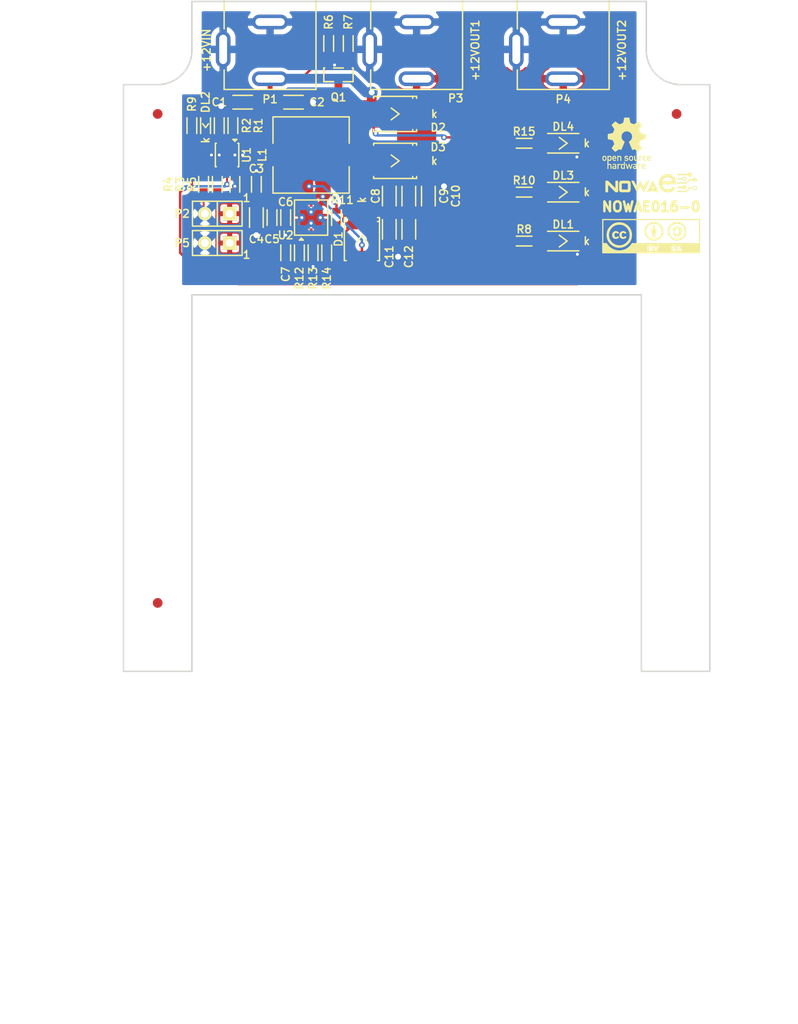
<source format=kicad_pcb>
(kicad_pcb (version 20171130) (host pcbnew "(5.1.0-0)")
  (layers (0 F.Cu signal hide) (31 B.Cu signal hide) (34 B.Paste user) (35 F.Paste user) (36 B.SilkS user) (37 F.SilkS user) (38 B.Mask user) (39 F.Mask user) (44 Edge.Cuts user))
  (net 0 "")
  (net 1 GND)
  (net 2 "Net-(DL1-Pad1)")
  (net 3 /~PG)
  (net 4 "Net-(R1-Pad1)")
  (net 5 +VBAT)
  (net 6 "Net-(C6-Pad1)")
  (net 7 "Net-(C7-Pad1)")
  (net 8 "Net-(C10-Pad1)")
  (net 9 "Net-(D1-Pad1)")
  (net 10 +12V)
  (net 11 "Net-(DL2-Pad1)")
  (net 12 "Net-(DL3-Pad1)")
  (net 13 /~CHG)
  (net 14 "Net-(DL4-Pad1)")
  (net 15 /0V8)
  (net 16 "Net-(Q1-Pad3)")
  (net 17 "Net-(R2-Pad1)")
  (net 18 "Net-(R3-Pad2)")
  (net 19 "Net-(R5-Pad1)")
  (net 20 "Net-(R12-Pad1)")
  (net 21 "Net-(R13-Pad1)")
  (net 22 "Net-(U1-Pad6)")
  (net 23 +VIN)
  (module MECHANICAL:FIDUCIAL-TOP (layer F.Cu) (at 3.5 -7)
    (fp_text reference VAL** hide)
    (fp_text value FIDUCIAL-TOP hide)
    (pad "" smd circle (at 0 0) (size 1 1) (layers F.Cu F.Paste F.Mask))
  )
  (module MECHANICAL:FIDUCIAL-TOP (layer F.Cu) (at 56.6 -57)
    (fp_text reference VAL** hide)
    (fp_text value FIDUCIAL-TOP hide)
    (pad "" smd circle (at 0 0) (size 1 1) (layers F.Cu F.Paste F.Mask))
  )
  (module MECHANICAL:FIDUCIAL-TOP (layer F.Cu) (at 3.5 -57)
    (fp_text reference VAL** hide)
    (fp_text value FIDUCIAL-TOP hide)
    (pad "" smd circle (at 0 0) (size 1 1) (layers F.Cu F.Paste F.Mask))
  )
  (module LOGO:LOGO_NOWAE_10MM_FSILK (layer F.Cu) (at 54 -50)
    (fp_text reference G*** hide)
    (fp_text value LOGO hide)
  )
  (module EXTLOGO:LOGO_OSH_5MM_FSILK (layer F.Cu) (at 51.5 -54)
    (fp_text reference G*** hide)
    (fp_text value LOGO hide)
  )
  (module EXTLOGO:LOGO_CC-BY-SA_10MM_FSILK (layer F.Cu) (at 54 -44.5)
    (fp_text reference G*** hide)
    (fp_text value LOGO hide)
  )
  (module SON:WSON10_3.0x3.0_0.5_10+1 (layer F.Cu) (at 19.2 -46.4 90)
    (fp_text reference U2 (at -1.8 -2.6 180) (layer F.SilkS) (effects (font (size 0.8 0.8))))
    (fp_text value TPS61087DRCR hide)
    (pad 11 thru_hole circle (at 0 0.95 90) (size 0.5 0.5) (drill 0.3) (layers *.Cu *.Mask) (net 1 GND))
    (pad 11 thru_hole circle (at 0 -0.95 90) (size 0.5 0.5) (drill 0.3) (layers *.Cu *.Mask) (net 1 GND))
    (pad 11 thru_hole circle (at -0.575 0 90) (size 0.5 0.5) (drill 0.3) (layers *.Cu *.Mask) (net 1 GND))
    (pad 11 thru_hole circle (at 0.575 0 90) (size 0.5 0.5) (drill 0.3) (layers *.Cu *.Mask) (net 1 GND))
    (pad 11 smd rect (at 0.25 1.4 90) (size 0.25 0.5) (layers F.Cu F.Paste F.Mask) (net 1 GND))
    (pad 11 smd rect (at -0.25 1.4 90) (size 0.25 0.5) (layers F.Cu F.Paste F.Mask) (net 1 GND))
    (pad 11 smd rect (at 0.25 -1.4 90) (size 0.25 0.5) (layers F.Cu F.Paste F.Mask) (net 1 GND))
    (pad 11 smd rect (at -0.25 -1.4 90) (size 0.25 0.5) (layers F.Cu F.Paste F.Mask) (net 1 GND))
    (pad 11 smd rect (at 0 0 180) (size 2.4 1.7) (layers F.Cu F.Paste F.Mask) (net 1 GND))
    (pad 10 smd rect (at 1.4 -1 180) (size 0.3 0.6) (layers F.Cu F.Paste F.Mask) (net 6 "Net-(C6-Pad1)"))
    (pad 9 smd rect (at 1.4 -0.5 180) (size 0.3 0.6) (layers F.Cu F.Paste F.Mask) (net 5 +VBAT))
    (pad 8 smd rect (at 1.4 0 180) (size 0.3 0.6) (layers F.Cu F.Paste F.Mask) (net 5 +VBAT))
    (pad 7 smd rect (at 1.4 0.5 180) (size 0.3 0.6) (layers F.Cu F.Paste F.Mask) (net 9 "Net-(D1-Pad1)"))
    (pad 6 smd rect (at 1.4 1 180) (size 0.3 0.6) (layers F.Cu F.Paste F.Mask) (net 9 "Net-(D1-Pad1)"))
    (pad 5 smd rect (at -1.4 1 180) (size 0.3 0.6) (layers F.Cu F.Paste F.Mask) (net 1 GND))
    (pad 4 smd rect (at -1.4 0.5 180) (size 0.3 0.6) (layers F.Cu F.Paste F.Mask) (net 1 GND))
    (pad 3 smd rect (at -1.4 0 180) (size 0.3 0.6) (layers F.Cu F.Paste F.Mask) (net 16 "Net-(Q1-Pad3)"))
    (pad 2 smd rect (at -1.4 -0.5 180) (size 0.3 0.6) (layers F.Cu F.Paste F.Mask) (net 21 "Net-(R13-Pad1)"))
    (pad 1 smd rect (at -1.4 -1 180) (size 0.3 0.6) (layers F.Cu F.Paste F.Mask) (net 20 "Net-(R12-Pad1)"))
  )
  (module SON:WSON10_2.0x2.0_0.4_10+1 (layer F.Cu) (at 10.6 -52.8 270)
    (fp_text reference U1 (at 0 -2 270) (layer F.SilkS) (effects (font (size 0.8 0.8))))
    (fp_text value BQ24040DSQT hide)
    (pad 10 smd rect (at 0.95 -0.8 270) (size 0.55 0.2) (layers F.Cu F.Paste F.Mask) (net 5 +VBAT))
    (pad 9 smd rect (at 0.95 -0.4 270) (size 0.55 0.2) (layers F.Cu F.Paste F.Mask) (net 19 "Net-(R5-Pad1)"))
    (pad 8 smd rect (at 0.95 0 270) (size 0.55 0.2) (layers F.Cu F.Paste F.Mask) (net 13 /~CHG))
    (pad 7 smd rect (at 0.95 0.4 270) (size 0.55 0.2) (layers F.Cu F.Paste F.Mask) (net 18 "Net-(R3-Pad2)"))
    (pad 6 smd rect (at 0.95 0.8 270) (size 0.55 0.2) (layers F.Cu F.Paste F.Mask) (net 22 "Net-(U1-Pad6)"))
    (pad 5 smd rect (at -0.95 0.8 270) (size 0.55 0.2) (layers F.Cu F.Paste F.Mask) (net 3 /~PG))
    (pad 4 smd rect (at -0.95 0.4 270) (size 0.55 0.2) (layers F.Cu F.Paste F.Mask) (net 17 "Net-(R2-Pad1)"))
    (pad 3 smd rect (at -0.95 0 270) (size 0.55 0.2) (layers F.Cu F.Paste F.Mask) (net 1 GND))
    (pad 2 smd rect (at -0.95 -0.4 270) (size 0.55 0.2) (layers F.Cu F.Paste F.Mask) (net 4 "Net-(R1-Pad1)"))
    (pad 1 smd rect (at -0.95 -0.8 270) (size 0.55 0.2) (layers F.Cu F.Paste F.Mask) (net 23 +VIN))
    (pad 11 smd rect (at 0 0 90) (size 0.7 1.2) (layers F.Cu F.Paste F.Mask) (net 1 GND))
  )
  (module MECHANICAL:HOLE-M2.5 (layer F.Cu) (at 3.5 -3.5)
    (fp_text reference REF** hide)
    (fp_text value HOLE-M2.5 hide)
    (pad "" np_thru_hole circle (at 0 0) (size 2.7 2.7) (drill 2.7) (layers *.Cu *.Mask))
  )
  (module MECHANICAL:HOLE-M2.5 (layer F.Cu) (at 56.5 -3.5)
    (fp_text reference REF** hide)
    (fp_text value HOLE-M2.5 hide)
    (pad "" np_thru_hole circle (at 0 0) (size 2.7 2.7) (drill 2.7) (layers *.Cu *.Mask))
  )
  (module MECHANICAL:HOLE-M2.5 (layer F.Cu) (at 3.5 -53.5)
    (fp_text reference REF** hide)
    (fp_text value HOLE-M2.5 hide)
    (pad "" np_thru_hole circle (at 0 0) (size 2.7 2.7) (drill 2.7) (layers *.Cu *.Mask))
  )
  (module CAPACITOR:CAPACITOR-0805 (layer F.Cu) (at 12.2 -58.2 180)
    (fp_text reference C1 (at 2.4 0 180) (layer F.SilkS) (effects (font (size 0.8 0.8))))
    (fp_text value 10u hide)
    (pad 2 smd rect (at 0.95 0 180) (size 0.9 1.3) (layers F.Cu F.Paste F.Mask) (net 1 GND))
    (pad 1 smd rect (at -0.95 0 180) (size 0.9 1.3) (layers F.Cu F.Paste F.Mask) (net 23 +VIN))
  )
  (module CAPACITOR:CAPACITOR-0805 (layer F.Cu) (at 17.4 -58.2)
    (fp_text reference C2 (at 2.4 0) (layer F.SilkS) (effects (font (size 0.8 0.8))))
    (fp_text value 10u hide)
    (pad 1 smd rect (at -0.95 0) (size 0.9 1.3) (layers F.Cu F.Paste F.Mask) (net 23 +VIN))
    (pad 2 smd rect (at 0.95 0) (size 0.9 1.3) (layers F.Cu F.Paste F.Mask) (net 1 GND))
  )
  (module CAPACITOR:CAPACITOR-0603 (layer F.Cu) (at 13.6 -49.8 90)
    (fp_text reference C3 (at 1.6 0 180) (layer F.SilkS) (effects (font (size 0.8 0.8))))
    (fp_text value 2u2 hide)
    (pad 1 smd rect (at -0.7 0 90) (size 0.6 0.8) (layers F.Cu F.Paste F.Mask) (net 5 +VBAT))
    (pad 2 smd rect (at 0.7 0 90) (size 0.6 0.8) (layers F.Cu F.Paste F.Mask) (net 1 GND))
  )
  (module CAPACITOR:CAPACITOR-0805 (layer F.Cu) (at 13.6 -46.4 270)
    (fp_text reference C4 (at 2.2 0) (layer F.SilkS) (effects (font (size 0.8 0.8))))
    (fp_text value 22u hide)
    (pad 1 smd rect (at -0.95 0 270) (size 0.9 1.3) (layers F.Cu F.Paste F.Mask) (net 5 +VBAT))
    (pad 2 smd rect (at 0.95 0 270) (size 0.9 1.3) (layers F.Cu F.Paste F.Mask) (net 1 GND))
  )
  (module CAPACITOR:CAPACITOR-0603 (layer F.Cu) (at 15.2 -46.4 270)
    (fp_text reference C5 (at 2.2 0) (layer F.SilkS) (effects (font (size 0.8 0.8))))
    (fp_text value 1u hide)
    (pad 2 smd rect (at 0.7 0 270) (size 0.6 0.8) (layers F.Cu F.Paste F.Mask) (net 1 GND))
    (pad 1 smd rect (at -0.7 0 270) (size 0.6 0.8) (layers F.Cu F.Paste F.Mask) (net 5 +VBAT))
  )
  (module CAPACITOR:CAPACITOR-0603 (layer F.Cu) (at 16.6 -46.4 270)
    (fp_text reference C6 (at -1.6 0) (layer F.SilkS) (effects (font (size 0.8 0.8))))
    (fp_text value 100n hide)
    (pad 2 smd rect (at 0.7 0 270) (size 0.6 0.8) (layers F.Cu F.Paste F.Mask) (net 1 GND))
    (pad 1 smd rect (at -0.7 0 270) (size 0.6 0.8) (layers F.Cu F.Paste F.Mask) (net 6 "Net-(C6-Pad1)"))
  )
  (module CAPACITOR:CAPACITOR-0603 (layer F.Cu) (at 16.6 -42.8 90)
    (fp_text reference C7 (at -2.2 0 90) (layer F.SilkS) (effects (font (size 0.8 0.8))))
    (fp_text value 820p hide)
    (pad 1 smd rect (at -0.7 0 90) (size 0.6 0.8) (layers F.Cu F.Paste F.Mask) (net 7 "Net-(C7-Pad1)"))
    (pad 2 smd rect (at 0.7 0 90) (size 0.6 0.8) (layers F.Cu F.Paste F.Mask) (net 1 GND))
  )
  (module CAPACITOR:CAPACITOR-0805 (layer F.Cu) (at 27.2 -48.6 90)
    (fp_text reference C8 (at 0 -1.4 90) (layer F.SilkS) (effects (font (size 0.8 0.8))))
    (fp_text value 10u hide)
    (pad 2 smd rect (at 0.95 0 90) (size 0.9 1.3) (layers F.Cu F.Paste F.Mask) (net 1 GND))
    (pad 1 smd rect (at -0.95 0 90) (size 0.9 1.3) (layers F.Cu F.Paste F.Mask) (net 8 "Net-(C10-Pad1)"))
  )
  (module CAPACITOR:CAPACITOR-0805 (layer F.Cu) (at 29.2 -48.6 90)
    (fp_text reference C9 (at 0 3.6 90) (layer F.SilkS) (effects (font (size 0.8 0.8))))
    (fp_text value 10u hide)
    (pad 1 smd rect (at -0.95 0 90) (size 0.9 1.3) (layers F.Cu F.Paste F.Mask) (net 8 "Net-(C10-Pad1)"))
    (pad 2 smd rect (at 0.95 0 90) (size 0.9 1.3) (layers F.Cu F.Paste F.Mask) (net 1 GND))
  )
  (module CAPACITOR:CAPACITOR-0805 (layer F.Cu) (at 31.2 -48.6 90)
    (fp_text reference C10 (at 0 2.8 90) (layer F.SilkS) (effects (font (size 0.8 0.8))))
    (fp_text value 10u hide)
    (pad 2 smd rect (at 0.95 0 90) (size 0.9 1.3) (layers F.Cu F.Paste F.Mask) (net 1 GND))
    (pad 1 smd rect (at -0.95 0 90) (size 0.9 1.3) (layers F.Cu F.Paste F.Mask) (net 8 "Net-(C10-Pad1)"))
  )
  (module CAPACITOR:CAPACITOR-0805 (layer F.Cu) (at 27.2 -45.2 270)
    (fp_text reference C11 (at 2.8 0 270) (layer F.SilkS) (effects (font (size 0.8 0.8))))
    (fp_text value 10u hide)
    (pad 1 smd rect (at -0.95 0 270) (size 0.9 1.3) (layers F.Cu F.Paste F.Mask) (net 8 "Net-(C10-Pad1)"))
    (pad 2 smd rect (at 0.95 0 270) (size 0.9 1.3) (layers F.Cu F.Paste F.Mask) (net 1 GND))
  )
  (module CAPACITOR:CAPACITOR-0805 (layer F.Cu) (at 29.2 -45.2 270)
    (fp_text reference C12 (at 2.8 0 270) (layer F.SilkS) (effects (font (size 0.8 0.8))))
    (fp_text value 10u hide)
    (pad 2 smd rect (at 0.95 0 270) (size 0.9 1.3) (layers F.Cu F.Paste F.Mask) (net 1 GND))
    (pad 1 smd rect (at -0.95 0 270) (size 0.9 1.3) (layers F.Cu F.Paste F.Mask) (net 8 "Net-(C10-Pad1)"))
  )
  (module DIODE:DIODE-DO214AA-UNI (layer F.Cu) (at 24.4 -44.2 90)
    (fp_text reference D1 (at 0 -2.4 90) (layer F.SilkS) (effects (font (size 0.8 0.8))))
    (fp_text value SS22 hide)
    (fp_text user k (at 4 0 90) (layer F.SilkS) (effects (font (size 0.8 0.8))))
    (pad 1 smd rect (at -2.3 0 90) (size 2.2 2.8) (layers F.Cu F.Paste F.Mask) (net 9 "Net-(D1-Pad1)"))
    (pad 2 smd rect (at 2.3 0 90) (size 2.2 2.8) (layers F.Cu F.Paste F.Mask) (net 8 "Net-(C10-Pad1)"))
  )
  (module DIODE:DIODE-DO214AA-UNI (layer F.Cu) (at 27.8 -57)
    (fp_text reference D2 (at 4.4 1.4) (layer F.SilkS) (effects (font (size 0.8 0.8))))
    (fp_text value SS22 hide)
    (fp_text user k (at 4 0) (layer F.SilkS) (effects (font (size 0.8 0.8))))
    (pad 1 smd rect (at -2.3 0) (size 2.2 2.8) (layers F.Cu F.Paste F.Mask) (net 23 +VIN))
    (pad 2 smd rect (at 2.3 0) (size 2.2 2.8) (layers F.Cu F.Paste F.Mask) (net 10 +12V))
  )
  (module DIODE:DIODE-DO214AA-UNI (layer F.Cu) (at 27.8 -52.2)
    (fp_text reference D3 (at 4.4 -1.4) (layer F.SilkS) (effects (font (size 0.8 0.8))))
    (fp_text value SS22 hide)
    (fp_text user k (at 4 0) (layer F.SilkS) (effects (font (size 0.8 0.8))))
    (pad 2 smd rect (at 2.3 0) (size 2.2 2.8) (layers F.Cu F.Paste F.Mask) (net 10 +12V))
    (pad 1 smd rect (at -2.3 0) (size 2.2 2.8) (layers F.Cu F.Paste F.Mask) (net 8 "Net-(C10-Pad1)"))
  )
  (module LEDs:LED-0603 (layer F.Cu) (at 8.4 -55.8 270)
    (fp_text reference DL2 (at -2.4 0 270) (layer F.SilkS) (effects (font (size 0.8 0.8))))
    (fp_text value GREEN hide)
    (fp_text user k (at 1.5 0 270) (layer F.SilkS) (effects (font (size 0.8 0.8))))
    (pad 1 smd rect (at -0.7 0 270) (size 0.6 0.8) (layers F.Cu F.Paste F.Mask) (net 11 "Net-(DL2-Pad1)"))
    (pad 2 smd rect (at 0.7 0 270) (size 0.6 0.8) (layers F.Cu F.Paste F.Mask) (net 3 /~PG))
  )
  (module INDUCTOR:INDUCTOR-WURTH-7332Plastic (layer F.Cu) (at 19.2 -52.8 90)
    (fp_text reference L1 (at 0 -5 90) (layer F.SilkS) (effects (font (size 0.8 0.8))))
    (fp_text value 3u3 hide)
    (pad 1 smd rect (at 0 -3 90) (size 1.7 2) (layers F.Cu F.Paste F.Mask) (net 5 +VBAT))
    (pad 2 smd rect (at 0 3 90) (size 1.7 2) (layers F.Cu F.Paste F.Mask) (net 9 "Net-(D1-Pad1)"))
  )
  (module CONNECTOR:BARRELJACK-WE-694106301002 (layer F.Cu) (at 45 -67 180)
    (fp_text reference P4 (at 0 -8.5 180) (layer F.SilkS) (effects (font (size 0.8 0.8))))
    (fp_text value 12VOUT2 hide)
    (pad 1 thru_hole oval (at 0 -6.4 180) (size 3.7 1.5) (drill oval 3 0.8) (layers *.Cu *.Mask) (net 10 +12V))
    (pad 2 thru_hole oval (at 0 -0.6 180) (size 3.7 1.5) (drill oval 3 0.8) (layers *.Cu *.Mask) (net 1 GND))
    (pad 3 thru_hole oval (at 4.8 -3.4 270) (size 3.7 1.5) (drill oval 3 0.8) (layers *.Cu *.Mask) (net 1 GND))
  )
  (module CONNECTOR:BARRELJACK-WE-694106301002 (layer F.Cu) (at 30 -67 180)
    (fp_text reference P3 (at -4 -8.4 180) (layer F.SilkS) (effects (font (size 0.8 0.8))))
    (fp_text value 12VOUT1 hide)
    (pad 1 thru_hole oval (at 0 -6.4 180) (size 3.7 1.5) (drill oval 3 0.8) (layers *.Cu *.Mask) (net 10 +12V))
    (pad 2 thru_hole oval (at 0 -0.6 180) (size 3.7 1.5) (drill oval 3 0.8) (layers *.Cu *.Mask) (net 1 GND))
    (pad 3 thru_hole oval (at 4.8 -3.4 270) (size 3.7 1.5) (drill oval 3 0.8) (layers *.Cu *.Mask) (net 1 GND))
  )
  (module CONNECTOR:BARRELJACK-WE-694106301002 (layer F.Cu) (at 15 -67 180)
    (fp_text reference P1 (at 0 -8.5 180) (layer F.SilkS) (effects (font (size 0.8 0.8))))
    (fp_text value 12VIN hide)
    (pad 3 thru_hole oval (at 4.8 -3.4 270) (size 3.7 1.5) (drill oval 3 0.8) (layers *.Cu *.Mask) (net 1 GND))
    (pad 2 thru_hole oval (at 0 -0.6 180) (size 3.7 1.5) (drill oval 3 0.8) (layers *.Cu *.Mask) (net 1 GND))
    (pad 1 thru_hole oval (at 0 -6.4 180) (size 3.7 1.5) (drill oval 3 0.8) (layers *.Cu *.Mask) (net 23 +VIN))
  )
  (module SOT:SOT23-3 (layer F.Cu) (at 22 -61 180)
    (fp_text reference Q1 (at 0 -2.3 180) (layer F.SilkS) (effects (font (size 0.8 0.8))))
    (fp_text value BCW66GLT hide)
    (pad 1 smd rect (at -0.95 1.00076 180) (size 0.8001 1) (layers F.Cu F.Paste F.Mask) (net 15 /0V8))
    (pad 2 smd rect (at 0.95 1.00076 180) (size 0.8001 1) (layers F.Cu F.Paste F.Mask) (net 1 GND))
    (pad 3 smd rect (at 0 -0.99822 180) (size 0.8001 1) (layers F.Cu F.Paste F.Mask) (net 16 "Net-(Q1-Pad3)"))
  )
  (module RESISTOR:RESISTOR-0603 (layer F.Cu) (at 11.2 -55.8 90)
    (fp_text reference R1 (at 0 2.6 90) (layer F.SilkS) (effects (font (size 0.8 0.8))))
    (fp_text value 2k7 hide)
    (pad 2 smd rect (at 0.7 0 90) (size 0.6 0.8) (layers F.Cu F.Paste F.Mask) (net 1 GND))
    (pad 1 smd rect (at -0.7 0 90) (size 0.6 0.8) (layers F.Cu F.Paste F.Mask) (net 4 "Net-(R1-Pad1)"))
  )
  (module RESISTOR:RESISTOR-0603 (layer F.Cu) (at 9.8 -55.8 90)
    (fp_text reference R2 (at 0 2.8 90) (layer F.SilkS) (effects (font (size 0.8 0.8))))
    (fp_text value 237k hide)
    (pad 1 smd rect (at -0.7 0 90) (size 0.6 0.8) (layers F.Cu F.Paste F.Mask) (net 17 "Net-(R2-Pad1)"))
    (pad 2 smd rect (at 0.7 0 90) (size 0.6 0.8) (layers F.Cu F.Paste F.Mask) (net 1 GND))
  )
  (module RESISTOR:RESISTOR-0603 (layer F.Cu) (at 9.6 -49.8 90)
    (fp_text reference R3 (at 0 -3.8 90) (layer F.SilkS) (effects (font (size 0.8 0.8))))
    (fp_text value DNP hide)
    (pad 2 smd rect (at 0.7 0 90) (size 0.6 0.8) (layers F.Cu F.Paste F.Mask) (net 18 "Net-(R3-Pad2)"))
    (pad 1 smd rect (at -0.7 0 90) (size 0.6 0.8) (layers F.Cu F.Paste F.Mask) (net 5 +VBAT))
  )
  (module RESISTOR:RESISTOR-0603 (layer F.Cu) (at 8.2 -49.8 90)
    (fp_text reference R4 (at 0 -3.6 90) (layer F.SilkS) (effects (font (size 0.8 0.8))))
    (fp_text value DNP hide)
    (pad 1 smd rect (at -0.7 0 90) (size 0.6 0.8) (layers F.Cu F.Paste F.Mask) (net 1 GND))
    (pad 2 smd rect (at 0.7 0 90) (size 0.6 0.8) (layers F.Cu F.Paste F.Mask) (net 18 "Net-(R3-Pad2)"))
  )
  (module RESISTOR:RESISTOR-0603 (layer F.Cu) (at 11.4 -49.8 270)
    (fp_text reference R5 (at 0 4.4 90) (layer F.SilkS) (effects (font (size 0.8 0.8))))
    (fp_text value 10k hide)
    (pad 2 smd rect (at 0.7 0 270) (size 0.6 0.8) (layers F.Cu F.Paste F.Mask) (net 1 GND))
    (pad 1 smd rect (at -0.7 0 270) (size 0.6 0.8) (layers F.Cu F.Paste F.Mask) (net 19 "Net-(R5-Pad1)"))
  )
  (module RESISTOR:RESISTOR-0603 (layer F.Cu) (at 21 -64.2 270)
    (fp_text reference R6 (at -2.2 0 270) (layer F.SilkS) (effects (font (size 0.8 0.8))))
    (fp_text value 140k hide)
    (pad 2 smd rect (at 0.7 0 270) (size 0.6 0.8) (layers F.Cu F.Paste F.Mask) (net 15 /0V8))
    (pad 1 smd rect (at -0.7 0 270) (size 0.6 0.8) (layers F.Cu F.Paste F.Mask) (net 23 +VIN))
  )
  (module RESISTOR:RESISTOR-0603 (layer F.Cu) (at 23 -64.2 90)
    (fp_text reference R7 (at 2.2 0 90) (layer F.SilkS) (effects (font (size 0.8 0.8))))
    (fp_text value 10k hide)
    (pad 1 smd rect (at -0.7 0 90) (size 0.6 0.8) (layers F.Cu F.Paste F.Mask) (net 15 /0V8))
    (pad 2 smd rect (at 0.7 0 90) (size 0.6 0.8) (layers F.Cu F.Paste F.Mask) (net 1 GND))
  )
  (module RESISTOR:RESISTOR-0603 (layer F.Cu) (at 41 -44 180)
    (fp_text reference R8 (at 0 1.2 180) (layer F.SilkS) (effects (font (size 0.8 0.8))))
    (fp_text value 18k hide)
    (pad 1 smd rect (at -0.7 0 180) (size 0.6 0.8) (layers F.Cu F.Paste F.Mask) (net 2 "Net-(DL1-Pad1)"))
    (pad 2 smd rect (at 0.7 0 180) (size 0.6 0.8) (layers F.Cu F.Paste F.Mask) (net 10 +12V))
  )
  (module RESISTOR:RESISTOR-0603 (layer F.Cu) (at 7 -55.8 270)
    (fp_text reference R9 (at -2.2 0 270) (layer F.SilkS) (effects (font (size 0.8 0.8))))
    (fp_text value 18k hide)
    (pad 2 smd rect (at 0.7 0 270) (size 0.6 0.8) (layers F.Cu F.Paste F.Mask) (net 5 +VBAT))
    (pad 1 smd rect (at -0.7 0 270) (size 0.6 0.8) (layers F.Cu F.Paste F.Mask) (net 11 "Net-(DL2-Pad1)"))
  )
  (module RESISTOR:RESISTOR-0603 (layer F.Cu) (at 41 -49 180)
    (fp_text reference R10 (at 0 1.2 180) (layer F.SilkS) (effects (font (size 0.8 0.8))))
    (fp_text value 18k hide)
    (pad 2 smd rect (at 0.7 0 180) (size 0.6 0.8) (layers F.Cu F.Paste F.Mask) (net 5 +VBAT))
    (pad 1 smd rect (at -0.7 0 180) (size 0.6 0.8) (layers F.Cu F.Paste F.Mask) (net 12 "Net-(DL3-Pad1)"))
  )
  (module RESISTOR:RESISTOR-0603 (layer F.Cu) (at 21.8 -46.4 270)
    (fp_text reference R11 (at -1.8 -0.6) (layer F.SilkS) (effects (font (size 0.8 0.8))))
    (fp_text value 100k hide)
    (pad 1 smd rect (at -0.7 0 270) (size 0.6 0.8) (layers F.Cu F.Paste F.Mask) (net 5 +VBAT))
    (pad 2 smd rect (at 0.7 0 270) (size 0.6 0.8) (layers F.Cu F.Paste F.Mask) (net 16 "Net-(Q1-Pad3)"))
  )
  (module RESISTOR:RESISTOR-0603 (layer F.Cu) (at 18 -42.8 270)
    (fp_text reference R12 (at 2.6 0 270) (layer F.SilkS) (effects (font (size 0.8 0.8))))
    (fp_text value 18k hide)
    (pad 1 smd rect (at -0.7 0 270) (size 0.6 0.8) (layers F.Cu F.Paste F.Mask) (net 20 "Net-(R12-Pad1)"))
    (pad 2 smd rect (at 0.7 0 270) (size 0.6 0.8) (layers F.Cu F.Paste F.Mask) (net 7 "Net-(C7-Pad1)"))
  )
  (module RESISTOR:RESISTOR-0603 (layer F.Cu) (at 19.4 -42.8 270)
    (fp_text reference R13 (at 2.6 0 270) (layer F.SilkS) (effects (font (size 0.8 0.8))))
    (fp_text value 18k hide)
    (pad 2 smd rect (at 0.7 0 270) (size 0.6 0.8) (layers F.Cu F.Paste F.Mask) (net 1 GND))
    (pad 1 smd rect (at -0.7 0 270) (size 0.6 0.8) (layers F.Cu F.Paste F.Mask) (net 21 "Net-(R13-Pad1)"))
  )
  (module RESISTOR:RESISTOR-0603 (layer F.Cu) (at 20.8 -42.8 90)
    (fp_text reference R14 (at -2.6 0 90) (layer F.SilkS) (effects (font (size 0.8 0.8))))
    (fp_text value 154k hide)
    (pad 1 smd rect (at -0.7 0 90) (size 0.6 0.8) (layers F.Cu F.Paste F.Mask) (net 8 "Net-(C10-Pad1)"))
    (pad 2 smd rect (at 0.7 0 90) (size 0.6 0.8) (layers F.Cu F.Paste F.Mask) (net 21 "Net-(R13-Pad1)"))
  )
  (module RESISTOR:RESISTOR-0603 (layer F.Cu) (at 41 -54)
    (fp_text reference R15 (at 0 -1.2) (layer F.SilkS) (effects (font (size 0.8 0.8))))
    (fp_text value 18k hide)
    (pad 1 smd rect (at -0.7 0) (size 0.6 0.8) (layers F.Cu F.Paste F.Mask) (net 23 +VIN))
    (pad 2 smd rect (at 0.7 0) (size 0.6 0.8) (layers F.Cu F.Paste F.Mask) (net 14 "Net-(DL4-Pad1)"))
  )
  (module MECHANICAL:HOLE-M2.5 (layer F.Cu) (at 56.5 -53.5)
    (fp_text reference REF** hide)
    (fp_text value HOLE-M2.5 hide)
    (pad "" np_thru_hole circle (at 0 0) (size 2.7 2.7) (drill 2.7) (layers *.Cu *.Mask))
  )
  (module CONNECTOR:CONN-STRIP-2x1-2.54 (layer F.Cu) (at 9.6 -46.8 180)
    (fp_text reference P2 (at 3.6 0 180) (layer F.SilkS) (effects (font (size 0.8 0.8))))
    (fp_text value BATT1 hide)
    (fp_text user 1 (at -3 1.6 180) (layer F.SilkS) (effects (font (size 0.8 0.8))))
    (pad 2 thru_hole circle (at 1.27 0 180) (size 1.4 1.4) (drill 0.8) (layers *.Cu *.Mask F.SilkS) (net 1 GND))
    (pad 1 thru_hole rect (at -1.27 0 180) (size 1.4 1.4) (drill 0.8) (layers *.Cu *.Mask F.SilkS) (net 5 +VBAT))
  )
  (module LEDs:LED-1206 (layer F.Cu) (at 45 -44)
    (fp_text reference DL1 (at 0 -1.7) (layer F.SilkS) (effects (font (size 0.8 0.8))))
    (fp_text value GREEN hide)
    (fp_text user k (at 2.4 0) (layer F.SilkS) (effects (font (size 0.8 0.8))))
    (pad 1 smd rect (at -1.45 0) (size 0.9 1.7) (layers F.Cu F.Paste F.Mask) (net 2 "Net-(DL1-Pad1)"))
    (pad 2 smd rect (at 1.45 0) (size 0.9 1.7) (layers F.Cu F.Paste F.Mask) (net 1 GND))
  )
  (module LEDs:LED-1206 (layer F.Cu) (at 45 -49)
    (fp_text reference DL3 (at 0 -1.7) (layer F.SilkS) (effects (font (size 0.8 0.8))))
    (fp_text value YELLOW hide)
    (fp_text user k (at 2.4 0) (layer F.SilkS) (effects (font (size 0.8 0.8))))
    (pad 2 smd rect (at 1.45 0) (size 0.9 1.7) (layers F.Cu F.Paste F.Mask) (net 13 /~CHG))
    (pad 1 smd rect (at -1.45 0) (size 0.9 1.7) (layers F.Cu F.Paste F.Mask) (net 12 "Net-(DL3-Pad1)"))
  )
  (module LEDs:LED-1206 (layer F.Cu) (at 45 -54)
    (fp_text reference DL4 (at 0 -1.7) (layer F.SilkS) (effects (font (size 0.8 0.8))))
    (fp_text value GREEN hide)
    (fp_text user k (at 2.4 0) (layer F.SilkS) (effects (font (size 0.8 0.8))))
    (pad 1 smd rect (at -1.45 0) (size 0.9 1.7) (layers F.Cu F.Paste F.Mask) (net 14 "Net-(DL4-Pad1)"))
    (pad 2 smd rect (at 1.45 0) (size 0.9 1.7) (layers F.Cu F.Paste F.Mask) (net 1 GND))
  )
  (module CONNECTOR:CONN-STRIP-2x1-2.54 (layer F.Cu) (at 9.6 -43.8 180)
    (fp_text reference P5 (at 3.6 0 180) (layer F.SilkS) (effects (font (size 0.8 0.8))))
    (fp_text value BATT2 hide)
    (fp_text user 1 (at -3 -1.2 180) (layer F.SilkS) (effects (font (size 0.8 0.8))))
    (pad 2 thru_hole circle (at 1.27 0 180) (size 1.4 1.4) (drill 0.8) (layers *.Cu *.Mask F.SilkS) (net 1 GND))
    (pad 1 thru_hole rect (at -1.27 0 180) (size 1.4 1.4) (drill 0.8) (layers *.Cu *.Mask F.SilkS) (net 5 +VBAT))
  )
  (gr_text +12VIN (at 8.5 -63.5 90) (layer F.SilkS) (effects (font (size 0.8 0.8))))
  (gr_text +12VOUT2 (at 51 -63.5 90) (layer F.SilkS) (effects (font (size 0.8 0.8))))
  (gr_text +12VOUT1 (at 36 -63.5 90) (layer F.SilkS) (effects (font (size 0.8 0.8))))
  (gr_text NOWAE016-0 (at 54 -47.5) (layer F.SilkS) (effects (font (size 1 1) (thickness 0.25))))
  (gr_line (start 53 0) (end 60 0) (layer Edge.Cuts) (width 0.15))
  (gr_line (start 0 0) (end 7 0) (layer Edge.Cuts) (width 0.15))
  (gr_line (start 7 -38.5) (end 53 -38.5) (layer Edge.Cuts) (width 0.15))
  (gr_line (start 7 0) (end 7 -38.5) (layer Edge.Cuts) (width 0.15))
  (gr_line (start 53 0) (end 53 -38.5) (layer Edge.Cuts) (width 0.15))
  (gr_line (start 57 -60) (end 60 -60) (layer Edge.Cuts) (width 0.15))
  (gr_arc (start 57 -63.5) (end 53.5 -63.5) (angle -90) (layer Edge.Cuts) (width 0.15))
  (gr_line (start 53.5 -63.5) (end 53.5 -68.5) (layer Edge.Cuts) (width 0.15))
  (gr_line (start 7 -63.5) (end 7 -68.5) (layer Edge.Cuts) (width 0.15))
  (gr_line (start 0 -60) (end 3.5 -60) (layer Edge.Cuts) (width 0.15))
  (gr_arc (start 3.5 -63.5) (end 3.5 -60) (angle -90) (layer Edge.Cuts) (width 0.15))
  (gr_line (start 7 -68.5) (end 53.5 -68.5) (layer Edge.Cuts) (width 0.15))
  (gr_line (start 60 0) (end 60 -60) (layer Edge.Cuts) (width 0.15))
  (gr_line (start 0 0) (end 0 -60) (layer Edge.Cuts) (width 0.15))
  (via (at 10 -57.8) (size 1.2) (drill 0.6) (layers F.Cu B.Cu) (net 1))
  (segment (start 10.4 -58.2) (end 10 -57.8) (width 0.5) (layer F.Cu) (net 1))
  (segment (start 11.25 -58.2) (end 10.4 -58.2) (width 0.5) (layer F.Cu) (net 1))
  (segment (start 11.2 -56.5) (end 9.8 -56.5) (width 0.5) (layer F.Cu) (net 1))
  (segment (start 9.8 -57.6) (end 10 -57.8) (width 0.5) (layer F.Cu) (net 1))
  (segment (start 9.8 -56.5) (end 9.8 -57.6) (width 0.5) (layer F.Cu) (net 1))
  (via (at 19.4 -58.2) (size 1.2) (drill 0.6) (layers F.Cu B.Cu) (net 1))
  (segment (start 18.35 -58.2) (end 19.4 -58.2) (width 0.5) (layer F.Cu) (net 1))
  (segment (start 8.4 -46.87) (end 8.33 -46.8) (width 0.5) (layer F.Cu) (net 1))
  (via (at 13.6 -44.6) (size 1.2) (drill 0.6) (layers F.Cu B.Cu) (net 1))
  (segment (start 13.6 -45.45) (end 13.6 -44.6) (width 0.5) (layer F.Cu) (net 1))
  (segment (start 16.6 -43.5) (end 16.6 -44.6) (width 0.25) (layer F.Cu) (net 1))
  (via (at 16.6 -44.6) (size 0.6) (drill 0.3) (layers F.Cu B.Cu) (net 1))
  (segment (start 16.6 -45.7) (end 16.6 -44.6) (width 0.25) (layer F.Cu) (net 1))
  (via (at 19.4 -41.4) (size 0.6) (drill 0.3) (layers F.Cu B.Cu) (net 1))
  (segment (start 19.4 -42.1) (end 19.4 -41.4) (width 0.25) (layer F.Cu) (net 1))
  (segment (start 19.7 -45.9) (end 19.2 -46.4) (width 0.25) (layer F.Cu) (net 1))
  (segment (start 19.7 -45) (end 19.7 -45.9) (width 0.25) (layer F.Cu) (net 1))
  (segment (start 20.2 -45) (end 20.2 -45.55) (width 0.25) (layer F.Cu) (net 1))
  (segment (start 20.4 -46.15) (end 20.15 -46.4) (width 0.25) (layer F.Cu) (net 1))
  (segment (start 20.6 -46.15) (end 20.4 -46.15) (width 0.25) (layer F.Cu) (net 1))
  (segment (start 20.4 -46.65) (end 20.15 -46.4) (width 0.25) (layer F.Cu) (net 1))
  (segment (start 20.6 -46.65) (end 20.4 -46.65) (width 0.25) (layer F.Cu) (net 1))
  (segment (start 18 -46.65) (end 18.25 -46.4) (width 0.25) (layer F.Cu) (net 1))
  (segment (start 17.8 -46.65) (end 18 -46.65) (width 0.25) (layer F.Cu) (net 1))
  (segment (start 18.000001 -46.150001) (end 18.25 -46.4) (width 0.25) (layer F.Cu) (net 1))
  (segment (start 17.8 -46.15) (end 18.000001 -46.150001) (width 0.25) (layer F.Cu) (net 1))
  (segment (start 27.2 -43.3) (end 28.1 -42.4) (width 0.5) (layer F.Cu) (net 1))
  (segment (start 27.2 -44.25) (end 27.2 -43.3) (width 0.5) (layer F.Cu) (net 1))
  (via (at 28.1 -42.4) (size 1.2) (drill 0.6) (layers F.Cu B.Cu) (net 1))
  (segment (start 29.2 -43.5) (end 28.1 -42.4) (width 0.5) (layer F.Cu) (net 1))
  (segment (start 29.2 -44.25) (end 29.2 -43.5) (width 0.5) (layer F.Cu) (net 1))
  (segment (start 27.2 -49.55) (end 29.2 -49.55) (width 0.5) (layer F.Cu) (net 1))
  (segment (start 31.2 -49.55) (end 29.2 -49.55) (width 0.5) (layer F.Cu) (net 1))
  (segment (start 32.75 -49.55) (end 32.8 -49.6) (width 0.5) (layer F.Cu) (net 1))
  (via (at 32.8 -49.6) (size 1.2) (drill 0.6) (layers F.Cu B.Cu) (net 1))
  (segment (start 31.2 -49.55) (end 32.75 -49.55) (width 0.5) (layer F.Cu) (net 1))
  (segment (start 10.6 -53.75) (end 10.6 -52.8) (width 0.2) (layer F.Cu) (net 1))
  (segment (start 23 -64.9) (end 23 -65.8) (width 0.25) (layer F.Cu) (net 1))
  (segment (start 22.4 -66.4) (end 15 -66.4) (width 0.25) (layer F.Cu) (net 1))
  (segment (start 23 -65.8) (end 22.4 -66.4) (width 0.25) (layer F.Cu) (net 1))
  (segment (start 21.05 -62.00076) (end 21.6 -62.00076) (width 0.25) (layer F.Cu) (net 1))
  (via (at 21.6 -62.00076) (size 0.6) (drill 0.3) (layers F.Cu B.Cu) (net 1))
  (via (at 13.6 -51.2) (size 0.6) (drill 0.3) (layers F.Cu B.Cu) (net 1))
  (segment (start 13.6 -50.5) (end 13.6 -51.2) (width 0.5) (layer F.Cu) (net 1))
  (segment (start 8.2 -46.93) (end 8.33 -46.8) (width 0.2) (layer F.Cu) (net 1))
  (segment (start 8.2 -49.1) (end 8.2 -46.93) (width 0.2) (layer F.Cu) (net 1))
  (via (at 11.4 -49.6) (size 0.6) (drill 0.3) (layers F.Cu B.Cu) (net 1))
  (segment (start 11.4 -49.1) (end 11.4 -49.6) (width 0.2) (layer F.Cu) (net 1))
  (via (at 9.8 -52.8) (size 0.6) (drill 0.3) (layers F.Cu B.Cu) (net 1))
  (segment (start 10.6 -52.8) (end 9.8 -52.8) (width 0.5) (layer F.Cu) (net 1))
  (via (at 11.4 -52.8) (size 0.6) (drill 0.3) (layers F.Cu B.Cu) (net 1))
  (segment (start 10.6 -52.8) (end 11.4 -52.8) (width 0.5) (layer F.Cu) (net 1))
  (via (at 12.2 -52.8) (size 0.6) (drill 0.3) (layers F.Cu B.Cu) (net 1))
  (via (at 9 -52.8) (size 0.6) (drill 0.3) (layers F.Cu B.Cu) (net 1))
  (segment (start 15.2 -45.7) (end 15.2 -45) (width 0.2) (layer F.Cu) (net 1))
  (segment (start 15.6 -44.6) (end 15.2 -45) (width 0.2) (layer F.Cu) (net 1))
  (segment (start 16.6 -44.6) (end 15.6 -44.6) (width 0.2) (layer F.Cu) (net 1))
  (via (at 46.4 -52.6) (size 0.6) (drill 0.3) (layers F.Cu B.Cu) (net 1))
  (segment (start 46.45 -52.65) (end 46.4 -52.6) (width 0.25) (layer F.Cu) (net 1))
  (segment (start 46.45 -54) (end 46.45 -52.65) (width 0.25) (layer F.Cu) (net 1))
  (segment (start 46.45 -44) (end 46.45 -42.65) (width 0.25) (layer F.Cu) (net 1))
  (via (at 46.45 -42.65) (size 0.6) (drill 0.3) (layers F.Cu B.Cu) (net 1))
  (segment (start 41.7 -44) (end 43.55 -44) (width 0.25) (layer F.Cu) (net 2))
  (segment (start 9.8 -53.75) (end 9.8 -54) (width 0.2) (layer F.Cu) (net 3))
  (segment (start 9.8 -54) (end 9.6 -54.2) (width 0.2) (layer F.Cu) (net 3))
  (segment (start 9.6 -54.2) (end 8.8 -54.2) (width 0.2) (layer F.Cu) (net 3))
  (segment (start 8.4 -54.6) (end 8.4 -55.1) (width 0.2) (layer F.Cu) (net 3))
  (segment (start 8.8 -54.2) (end 8.4 -54.6) (width 0.2) (layer F.Cu) (net 3))
  (segment (start 11 -53.75) (end 11 -54.6) (width 0.2) (layer F.Cu) (net 4))
  (segment (start 11.2 -54.8) (end 11.2 -55.1) (width 0.2) (layer F.Cu) (net 4))
  (segment (start 11 -54.6) (end 11.2 -54.8) (width 0.2) (layer F.Cu) (net 4))
  (via (at 21.6 -48) (size 0.6) (drill 0.3) (layers F.Cu B.Cu) (net 5))
  (segment (start 21.8 -47.8) (end 21.6 -48) (width 0.25) (layer F.Cu) (net 5))
  (segment (start 21.8 -47.1) (end 21.8 -47.8) (width 0.25) (layer F.Cu) (net 5))
  (segment (start 21.6 -48.424264) (end 20.424264 -49.6) (width 0.25) (layer B.Cu) (net 5))
  (segment (start 21.6 -48) (end 21.6 -48.424264) (width 0.25) (layer B.Cu) (net 5))
  (via (at 19 -49.6) (size 0.6) (drill 0.3) (layers F.Cu B.Cu) (net 5))
  (segment (start 20.424264 -49.6) (end 19 -49.6) (width 0.25) (layer B.Cu) (net 5))
  (segment (start 7 -55.1) (end 7 -45.8) (width 0.25) (layer F.Cu) (net 5))
  (segment (start 7 -45.8) (end 7.4 -45.4) (width 0.25) (layer F.Cu) (net 5))
  (segment (start 7.4 -45.4) (end 9.6 -45.4) (width 0.25) (layer F.Cu) (net 5))
  (segment (start 18.7 -48.35) (end 18.95 -48.6) (width 0.25) (layer F.Cu) (net 5))
  (segment (start 18.7 -47.8) (end 18.7 -48.35) (width 0.25) (layer F.Cu) (net 5))
  (segment (start 19.2 -48.35) (end 18.95 -48.6) (width 0.25) (layer F.Cu) (net 5))
  (segment (start 19.2 -47.8) (end 19.2 -48.35) (width 0.25) (layer F.Cu) (net 5))
  (segment (start 40.3 -48.9) (end 39.2 -47.8) (width 0.25) (layer F.Cu) (net 5))
  (segment (start 40.3 -49) (end 40.3 -48.9) (width 0.25) (layer F.Cu) (net 5))
  (segment (start 39.2 -47.8) (end 39.2 -40.8) (width 0.25) (layer F.Cu) (net 5))
  (segment (start 39.2 -40.8) (end 38.6 -40.2) (width 0.25) (layer F.Cu) (net 5))
  (segment (start 38.6 -40.2) (end 12.6 -40.2) (width 0.25) (layer F.Cu) (net 5))
  (segment (start 10.87 -41.93) (end 10.87 -43.8) (width 0.25) (layer F.Cu) (net 5))
  (segment (start 12.6 -40.2) (end 10.87 -41.93) (width 0.25) (layer F.Cu) (net 5))
  (segment (start 17.3 -47.8) (end 18.2 -47.8) (width 0.25) (layer F.Cu) (net 6))
  (segment (start 16.6 -47.1) (end 17.3 -47.8) (width 0.25) (layer F.Cu) (net 6))
  (segment (start 16.6 -42.1) (end 18 -42.1) (width 0.25) (layer F.Cu) (net 7))
  (segment (start 24.3 -46.5) (end 24.4 -46.5) (width 0.25) (layer F.Cu) (net 8))
  (segment (start 21.8 -44) (end 24.3 -46.5) (width 0.25) (layer F.Cu) (net 8))
  (segment (start 21.8 -42.45) (end 21.8 -44) (width 0.25) (layer F.Cu) (net 8))
  (segment (start 21.45 -42.1) (end 21.8 -42.45) (width 0.25) (layer F.Cu) (net 8))
  (segment (start 20.8 -42.1) (end 21.45 -42.1) (width 0.25) (layer F.Cu) (net 8))
  (segment (start 19.7 -47.8) (end 19.7 -48.5) (width 0.2) (layer F.Cu) (net 9))
  (segment (start 19.7 -48.5) (end 19.8 -48.6) (width 0.2) (layer F.Cu) (net 9))
  (segment (start 20.2 -48.35) (end 20.4 -48.55) (width 0.25) (layer F.Cu) (net 9))
  (segment (start 20.2 -47.8) (end 20.2 -48.35) (width 0.25) (layer F.Cu) (net 9))
  (via (at 20.4 -48.55) (size 0.6) (drill 0.3) (layers F.Cu B.Cu) (net 9))
  (segment (start 20.4 -48.125736) (end 24.4 -44.125736) (width 0.25) (layer B.Cu) (net 9))
  (segment (start 20.4 -48.55) (end 20.4 -48.125736) (width 0.25) (layer B.Cu) (net 9))
  (via (at 24.4 -43.6) (size 0.6) (drill 0.3) (layers F.Cu B.Cu) (net 9))
  (segment (start 24.4 -44.125736) (end 24.4 -43.6) (width 0.25) (layer B.Cu) (net 9))
  (segment (start 24.4 -43.6) (end 24.4 -41.9) (width 0.25) (layer F.Cu) (net 9))
  (segment (start 40.3 -44.65) (end 41 -45.35) (width 0.25) (layer F.Cu) (net 10))
  (segment (start 40.3 -44) (end 40.3 -44.65) (width 0.25) (layer F.Cu) (net 10))
  (segment (start 41 -45.35) (end 41 -51) (width 0.25) (layer F.Cu) (net 10))
  (segment (start 39.8 -52.2) (end 30.1 -52.2) (width 0.25) (layer F.Cu) (net 10))
  (segment (start 41 -51) (end 39.8 -52.2) (width 0.25) (layer F.Cu) (net 10))
  (segment (start 7 -56.5) (end 8.4 -56.5) (width 0.25) (layer F.Cu) (net 11))
  (segment (start 41.7 -49) (end 43.55 -49) (width 0.25) (layer F.Cu) (net 12))
  (via (at 10.6 -49.8) (size 0.6) (drill 0.3) (layers F.Cu B.Cu) (net 13))
  (segment (start 10.6 -51.85) (end 10.6 -49.8) (width 0.2) (layer F.Cu) (net 13))
  (segment (start 46.45 -49) (end 46.45 -47.45) (width 0.25) (layer F.Cu) (net 13))
  (segment (start 46.45 -47.45) (end 47.4 -46.5) (width 0.25) (layer F.Cu) (net 13))
  (segment (start 47.4 -46.5) (end 47.4 -40.6) (width 0.25) (layer F.Cu) (net 13))
  (segment (start 47.4 -40.6) (end 46.4 -39.6) (width 0.25) (layer F.Cu) (net 13))
  (segment (start 46.4 -39.6) (end 11.8 -39.6) (width 0.25) (layer F.Cu) (net 13))
  (segment (start 11.8 -39.6) (end 9.6 -41.8) (width 0.25) (layer F.Cu) (net 13))
  (segment (start 9.6 -41.8) (end 6.8 -41.8) (width 0.25) (layer F.Cu) (net 13))
  (segment (start 6.8 -41.8) (end 5.8 -42.8) (width 0.25) (layer F.Cu) (net 13))
  (segment (start 5.8 -42.8) (end 5.8 -49) (width 0.25) (layer F.Cu) (net 13))
  (via (at 6.2 -49.4) (size 0.6) (drill 0.3) (layers F.Cu B.Cu) (net 13))
  (segment (start 5.8 -49) (end 6.2 -49.4) (width 0.25) (layer F.Cu) (net 13))
  (segment (start 10.4 -49.6) (end 10.6 -49.8) (width 0.25) (layer B.Cu) (net 13))
  (segment (start 6.4 -49.6) (end 10.4 -49.6) (width 0.25) (layer B.Cu) (net 13))
  (segment (start 6.2 -49.4) (end 6.4 -49.6) (width 0.25) (layer B.Cu) (net 13))
  (segment (start 41.7 -54) (end 43.55 -54) (width 0.25) (layer F.Cu) (net 14))
  (segment (start 21 -63.5) (end 23 -63.5) (width 0.25) (layer F.Cu) (net 15))
  (segment (start 23 -62.05076) (end 22.95 -62.00076) (width 0.25) (layer F.Cu) (net 15))
  (segment (start 23 -63.5) (end 23 -62.05076) (width 0.25) (layer F.Cu) (net 15))
  (segment (start 19.2 -44.45) (end 19.45 -44.2) (width 0.25) (layer F.Cu) (net 16))
  (segment (start 19.2 -45) (end 19.2 -44.45) (width 0.25) (layer F.Cu) (net 16))
  (segment (start 19.45 -44.2) (end 21.2 -44.2) (width 0.25) (layer F.Cu) (net 16))
  (segment (start 21.8 -44.8) (end 21.8 -45.7) (width 0.25) (layer F.Cu) (net 16))
  (segment (start 21.2 -44.2) (end 21.8 -44.8) (width 0.25) (layer F.Cu) (net 16))
  (segment (start 21.9 -45.7) (end 22.6 -46.4) (width 0.25) (layer F.Cu) (net 16))
  (segment (start 21.8 -45.7) (end 21.9 -45.7) (width 0.25) (layer F.Cu) (net 16))
  (segment (start 22.6 -46.4) (end 22.6 -50.2) (width 0.25) (layer F.Cu) (net 16))
  (segment (start 23.525001 -51.125001) (end 23.525001 -57.474999) (width 0.25) (layer F.Cu) (net 16))
  (segment (start 22.6 -50.2) (end 23.525001 -51.125001) (width 0.25) (layer F.Cu) (net 16))
  (segment (start 23.525001 -57.474999) (end 22 -59) (width 0.25) (layer F.Cu) (net 16))
  (segment (start 22 -59) (end 22 -60.00178) (width 0.25) (layer F.Cu) (net 16))
  (segment (start 10.2 -54.225) (end 9.825 -54.6) (width 0.2) (layer F.Cu) (net 17))
  (segment (start 10.2 -53.75) (end 10.2 -54.225) (width 0.2) (layer F.Cu) (net 17))
  (segment (start 9.825 -55.075) (end 9.8 -55.1) (width 0.2) (layer F.Cu) (net 17))
  (segment (start 9.825 -54.6) (end 9.825 -55.075) (width 0.2) (layer F.Cu) (net 17))
  (segment (start 9.625 -50.525) (end 9.6 -50.5) (width 0.2) (layer F.Cu) (net 18))
  (segment (start 8.2 -50.5) (end 9.6 -50.5) (width 0.2) (layer F.Cu) (net 18))
  (segment (start 10.2 -51.1) (end 10.2 -51.85) (width 0.2) (layer F.Cu) (net 18))
  (segment (start 9.6 -50.5) (end 10.2 -51.1) (width 0.2) (layer F.Cu) (net 18))
  (segment (start 11 -50.9) (end 11.4 -50.5) (width 0.2) (layer F.Cu) (net 19))
  (segment (start 11 -51.85) (end 11 -50.9) (width 0.2) (layer F.Cu) (net 19))
  (segment (start 18.2 -43.7) (end 18 -43.5) (width 0.25) (layer F.Cu) (net 20))
  (segment (start 18.2 -45) (end 18.2 -43.7) (width 0.25) (layer F.Cu) (net 20))
  (segment (start 18.7 -44.2) (end 19.4 -43.5) (width 0.25) (layer F.Cu) (net 21))
  (segment (start 18.7 -45) (end 18.7 -44.2) (width 0.25) (layer F.Cu) (net 21))
  (segment (start 19.4 -43.5) (end 20.8 -43.5) (width 0.25) (layer F.Cu) (net 21))
  (segment (start 15 -60.6) (end 18.2 -60.6) (width 0.25) (layer F.Cu) (net 23))
  (segment (start 18.2 -60.6) (end 20 -62.4) (width 0.25) (layer F.Cu) (net 23))
  (segment (start 20 -62.4) (end 20 -64.6) (width 0.25) (layer F.Cu) (net 23))
  (segment (start 20.3 -64.9) (end 21 -64.9) (width 0.25) (layer F.Cu) (net 23))
  (segment (start 20 -64.6) (end 20.3 -64.9) (width 0.25) (layer F.Cu) (net 23))
  (via (at 25.4 -59.2) (size 1.2) (drill 0.6) (layers F.Cu B.Cu) (net 23))
  (segment (start 25.4 -57.1) (end 25.5 -57) (width 1) (layer F.Cu) (net 23))
  (segment (start 25.4 -59.2) (end 25.4 -57.1) (width 1) (layer F.Cu) (net 23))
  (segment (start 39.75 -54) (end 39.15 -54.6) (width 0.25) (layer F.Cu) (net 23))
  (segment (start 40.3 -54) (end 39.75 -54) (width 0.25) (layer F.Cu) (net 23))
  (via (at 32.8 -54.6) (size 0.6) (drill 0.3) (layers F.Cu B.Cu) (net 23))
  (segment (start 39.15 -54.6) (end 32.8 -54.6) (width 0.25) (layer F.Cu) (net 23))
  (via (at 25.8 -55) (size 0.6) (drill 0.3) (layers F.Cu B.Cu) (net 23))
  (segment (start 26 -54.8) (end 25.8 -55) (width 0.25) (layer B.Cu) (net 23))
  (segment (start 32.6 -54.8) (end 26 -54.8) (width 0.25) (layer B.Cu) (net 23))
  (segment (start 32.8 -54.6) (end 32.6 -54.8) (width 0.25) (layer B.Cu) (net 23))
  (segment (start 25.6 -55.2) (end 25.8 -55) (width 0.25) (layer F.Cu) (net 23))
  (segment (start 25.6 -56.9) (end 25.6 -55.2) (width 0.25) (layer F.Cu) (net 23))
  (segment (start 25.5 -57) (end 25.6 -56.9) (width 0.25) (layer F.Cu) (net 23))
  (segment (start 23.4 -60.6) (end 24.8 -59.2) (width 1) (layer B.Cu) (net 23))
  (segment (start 24.8 -59.2) (end 25.4 -59.2) (width 1) (layer B.Cu) (net 23))
  (segment (start 15 -60.6) (end 23.4 -60.6) (width 1) (layer B.Cu) (net 23))
  (zone (net 23) (net_name +VIN) (layer F.Cu) (connect_pads (clearance 0.381)) (min_thickness 0.254) (fill yes (arc_segments 16) (thermal_gap 0.508) (thermal_bridge_width 0.508))
    (polygon (pts (xy 12.4 -61.8) (xy 12.4 -54.2) (xy 11.2 -54.2) (xy 11.2 -53.4) (xy 14.4 -53.4) (xy 14.4 -56.8) (xy 17.2 -56.8) (xy 17.2 -61.8)))
  )
  (zone (net 5) (net_name +VBAT) (layer F.Cu) (connect_pads (clearance 0.381)) (min_thickness 0.254) (fill yes (arc_segments 16) (thermal_gap 0.254) (thermal_bridge_width 0.508))
    (polygon (pts (xy 14.8 -54) (xy 14.8 -52.2) (xy 11.2 -52.2) (xy 11.2 -51.375) (xy 12 -51.4) (xy 12 -48.2) (xy 10.4 -48.2) (xy 10.4 -49.6) (xy 9.4 -49.6) (xy 9.4 -42.4) (xy 12.4 -42.4) (xy 12.4 -46.8) (xy 19.4 -46.8) (xy 19.4 -54)))
  )
  (zone (net 8) (net_name "Net-(C10-Pad1)") (layer F.Cu) (connect_pads yes (clearance 0.381)) (min_thickness 0.127) (fill yes (arc_segments 16) (thermal_gap 0.254) (thermal_bridge_width 0.508))
    (polygon (pts (xy 22.8 -45.2) (xy 32 -45.2) (xy 32 -48) (xy 26.2 -48) (xy 26.2 -50.6) (xy 27 -50.6) (xy 27 -53.8) (xy 24 -53.8) (xy 24 -50.6) (xy 22.8 -50.6)))
  )
  (zone (net 9) (net_name "Net-(D1-Pad1)") (layer F.Cu) (connect_pads (clearance 0.381)) (min_thickness 0.254) (fill yes (arc_segments 16) (thermal_gap 0.254) (thermal_bridge_width 0.508))
    (polygon (pts (xy 23.4 -53.8) (xy 23.4 -51.8) (xy 21.2 -51.8) (xy 21.2 -47.4) (xy 19.6 -47.4) (xy 19.6 -53.8)))
  )
  (zone (net 10) (net_name +12V) (layer F.Cu) (connect_pads (clearance 0.381)) (min_thickness 0.254) (fill yes (arc_segments 16) (thermal_gap 0.254) (thermal_bridge_width 0.762))
    (polygon (pts (xy 28 -50.6) (xy 32 -50.6) (xy 32 -55.6) (xy 47.4 -55.6) (xy 47.4 -61.8) (xy 28 -61.8)))
  )
  (zone (net 1) (net_name GND) (layer B.Cu) (connect_pads (clearance 0.381)) (min_thickness 0.254) (fill yes (arc_segments 16) (thermal_gap 0.508) (thermal_bridge_width 0.762))
    (polygon (pts (xy 8 -67.5) (xy 8 -59) (xy 6 -59) (xy 6 -39.5) (xy 52.5 -39.5) (xy 52.5 -67.5)))
  )
  (zone (net 1) (net_name GND) (layer F.Cu) (connect_pads (clearance 0.381)) (min_thickness 0.254) (fill yes (arc_segments 16) (thermal_gap 0.254) (thermal_bridge_width 0.508))
    (polygon (pts (xy 8.4 -53.2) (xy 8.4 -52.4) (xy 12.8 -52.4) (xy 12.8 -53.2)))
  )
)
</source>
